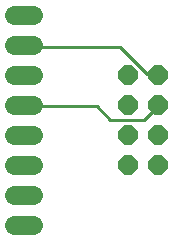
<source format=gbl>
G75*
%MOIN*%
%OFA0B0*%
%FSLAX25Y25*%
%IPPOS*%
%LPD*%
%AMOC8*
5,1,8,0,0,1.08239X$1,22.5*
%
%ADD10OC8,0.06400*%
%ADD11C,0.06400*%
%ADD12C,0.01000*%
D10*
X0061000Y0046000D03*
X0061000Y0056000D03*
X0061000Y0066000D03*
X0061000Y0076000D03*
X0071000Y0076000D03*
X0071000Y0066000D03*
X0071000Y0056000D03*
X0071000Y0046000D03*
D11*
X0029200Y0026000D02*
X0022800Y0026000D01*
X0022800Y0036000D02*
X0029200Y0036000D01*
X0029200Y0046000D02*
X0022800Y0046000D01*
X0022800Y0056000D02*
X0029200Y0056000D01*
X0029200Y0066000D02*
X0022800Y0066000D01*
X0022800Y0076000D02*
X0029200Y0076000D01*
X0029200Y0086000D02*
X0022800Y0086000D01*
X0022800Y0096000D02*
X0029200Y0096000D01*
D12*
X0026000Y0086000D02*
X0026700Y0085200D01*
X0058200Y0085200D01*
X0067200Y0076200D01*
X0070800Y0076200D01*
X0071000Y0076000D01*
X0071000Y0066000D02*
X0070800Y0065400D01*
X0066300Y0060900D01*
X0055000Y0060900D01*
X0050500Y0065400D01*
X0026700Y0065400D01*
X0026000Y0066000D01*
M02*

</source>
